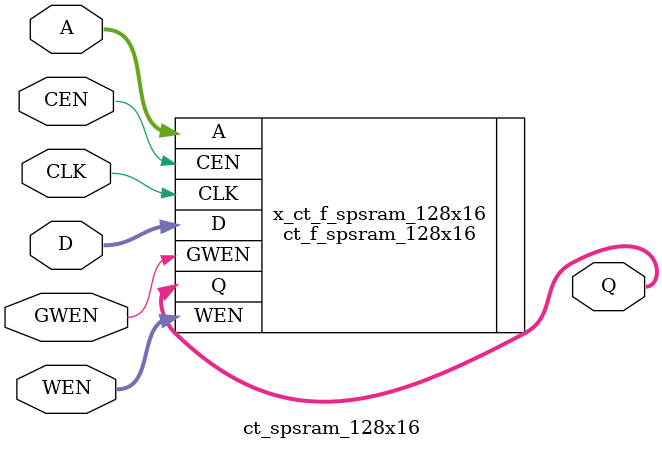
<source format=v>
/*Copyright 2019-2021 T-Head Semiconductor Co., Ltd.

Licensed under the Apache License, Version 2.0 (the "License");
you may not use this file except in compliance with the License.
You may obtain a copy of the License at

    http://www.apache.org/licenses/LICENSE-2.0

Unless required by applicable law or agreed to in writing, software
distributed under the License is distributed on an "AS IS" BASIS,
WITHOUT WARRANTIES OR CONDITIONS OF ANY KIND, either express or implied.
See the License for the specific language governing permissions and
limitations under the License.
*/

// &ModuleBeg; @22
module ct_spsram_128x16(
  A,
  CEN,
  CLK,
  D,
  GWEN,
  Q,
  WEN
);

// &Ports; @23
input   [6 :0]  A;
input           CEN;
input           CLK;
input   [15:0]  D;
input           GWEN;
input   [15:0]  WEN;
output  [15:0]  Q;

// &Regs; @24

// &Wires; @25
wire    [6 :0]  A;
wire            CEN;
wire            CLK;
wire    [15:0]  D;
wire            GWEN;
wire    [15:0]  Q;
wire    [15:0]  WEN;


//**********************************************************
//                  Parameter Definition
//**********************************************************
parameter ADDR_WIDTH = 7;
parameter DATA_WIDTH = 16;
parameter WE_WIDTH   = 16;

// &Force("bus","Q",DATA_WIDTH-1,0); @34
// &Force("bus","WEN",WE_WIDTH-1,0); @35
// &Force("bus","A",ADDR_WIDTH-1,0); @36
// &Force("bus","D",DATA_WIDTH-1,0); @37

  //********************************************************
  //*                        FPGA memory                   *
  //********************************************************
  //{WEN[15:14],WEN[13:12],WEN[11:10],WEN[ 9: 8],
  // WEN[ 7: 6],WEN[ 5: 4],WEN[ 3: 2],WEN[ 1: 0]}
//   &Instance("ct_f_spsram_128x16"); @45
ct_f_spsram_128x16  x_ct_f_spsram_128x16 (
  .A    (A   ),
  .CEN  (CEN ),
  .CLK  (CLK ),
  .D    (D   ),
  .GWEN (GWEN),
  .Q    (Q   ),
  .WEN  (WEN )
);

//   &Instance("ct_tsmc_spsram_128x16"); @51

// &ModuleEnd; @67
endmodule



</source>
